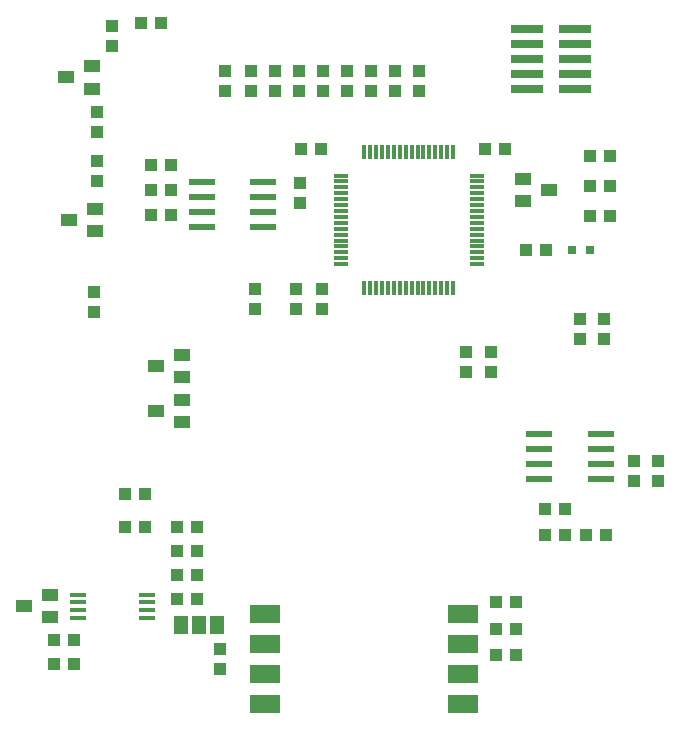
<source format=gbr>
G04 EAGLE Gerber RS-274X export*
G75*
%MOMM*%
%FSLAX34Y34*%
%LPD*%
%INSolderpaste Top*%
%IPPOS*%
%AMOC8*
5,1,8,0,0,1.08239X$1,22.5*%
G01*
%ADD10R,1.193800X0.304800*%
%ADD11R,0.304800X1.193800*%
%ADD12R,2.794000X0.736600*%
%ADD13R,1.100000X1.000000*%
%ADD14R,1.000000X1.100000*%
%ADD15R,0.800000X0.800000*%
%ADD16R,2.200000X0.600000*%
%ADD17R,2.540000X1.520000*%
%ADD18R,1.475000X0.450000*%
%ADD19R,1.400000X1.000000*%
%ADD20R,1.168400X1.600200*%


D10*
X355250Y478825D03*
X355250Y473825D03*
X355250Y468825D03*
X355250Y463825D03*
X355250Y458825D03*
X355250Y453825D03*
X355250Y448825D03*
X355250Y443825D03*
X355250Y438825D03*
X355250Y433825D03*
X355250Y428825D03*
X355250Y423825D03*
X355250Y418825D03*
X355250Y413825D03*
X355250Y408825D03*
X355250Y403825D03*
D11*
X375250Y383825D03*
X380250Y383825D03*
X385250Y383825D03*
X390250Y383825D03*
X395250Y383825D03*
X400250Y383825D03*
X405250Y383825D03*
X410250Y383825D03*
X415250Y383825D03*
X420250Y383825D03*
X425250Y383825D03*
X430250Y383825D03*
X435250Y383825D03*
X440250Y383825D03*
X445250Y383825D03*
X450250Y383825D03*
D10*
X470250Y403825D03*
X470250Y408825D03*
X470250Y413825D03*
X470250Y418825D03*
X470250Y423825D03*
X470250Y428825D03*
X470250Y433825D03*
X470250Y438825D03*
X470250Y443825D03*
X470250Y448825D03*
X470250Y453825D03*
X470250Y458825D03*
X470250Y463825D03*
X470250Y468825D03*
X470250Y473825D03*
X470250Y478825D03*
D11*
X450250Y498825D03*
X445250Y498825D03*
X440250Y498825D03*
X435250Y498825D03*
X430250Y498825D03*
X425250Y498825D03*
X420250Y498825D03*
X415250Y498825D03*
X410250Y498825D03*
X405250Y498825D03*
X400250Y498825D03*
X395250Y498825D03*
X390250Y498825D03*
X385250Y498825D03*
X380250Y498825D03*
X375250Y498825D03*
D12*
X553720Y552450D03*
X513080Y552450D03*
X553720Y565150D03*
X513080Y565150D03*
X553720Y577850D03*
X513080Y577850D03*
X553720Y590550D03*
X513080Y590550D03*
X553720Y603250D03*
X513080Y603250D03*
D13*
X185810Y608330D03*
X202810Y608330D03*
X257175Y567300D03*
X257175Y550300D03*
D14*
X529200Y415925D03*
X512200Y415925D03*
D15*
X566300Y415925D03*
X551300Y415925D03*
D16*
X289525Y447675D03*
X237525Y447675D03*
X289525Y434975D03*
X289525Y460375D03*
X289525Y473075D03*
X237525Y434975D03*
X237525Y460375D03*
X237525Y473075D03*
D13*
X194700Y445135D03*
X211700Y445135D03*
D14*
X211700Y487680D03*
X194700Y487680D03*
X211700Y466725D03*
X194700Y466725D03*
D17*
X290850Y107950D03*
X290850Y82550D03*
X290850Y57150D03*
X290850Y31750D03*
X458450Y31750D03*
X458450Y57150D03*
X458450Y82550D03*
X458450Y107950D03*
D14*
X503800Y117475D03*
X486800Y117475D03*
X486800Y95250D03*
X503800Y95250D03*
D13*
X503800Y73025D03*
X486800Y73025D03*
D14*
X320675Y472685D03*
X320675Y455685D03*
X461645Y329175D03*
X461645Y312175D03*
D13*
X477275Y501650D03*
X494275Y501650D03*
D14*
X317500Y383150D03*
X317500Y366150D03*
D13*
X338700Y501650D03*
X321700Y501650D03*
D14*
X482600Y329175D03*
X482600Y312175D03*
X339725Y383150D03*
X339725Y366150D03*
D18*
X191305Y104550D03*
X191305Y111050D03*
X191305Y117550D03*
X191305Y124050D03*
X132545Y124050D03*
X132545Y117550D03*
X132545Y111050D03*
X132545Y104550D03*
D14*
X603250Y237100D03*
X603250Y220100D03*
D13*
X172475Y209550D03*
X189475Y209550D03*
D14*
X233925Y161290D03*
X216925Y161290D03*
D13*
X528075Y196850D03*
X545075Y196850D03*
X421640Y567300D03*
X421640Y550300D03*
X401320Y567300D03*
X401320Y550300D03*
X381000Y567300D03*
X381000Y550300D03*
X360680Y567300D03*
X360680Y550300D03*
X340360Y567300D03*
X340360Y550300D03*
X320040Y567300D03*
X320040Y550300D03*
X299720Y567300D03*
X299720Y550300D03*
X279400Y567300D03*
X279400Y550300D03*
X149225Y474100D03*
X149225Y491100D03*
D14*
X583175Y444500D03*
X566175Y444500D03*
X583175Y469900D03*
X566175Y469900D03*
X583175Y495300D03*
X566175Y495300D03*
D13*
X149225Y532375D03*
X149225Y515375D03*
X146050Y379975D03*
X146050Y362975D03*
X161925Y588400D03*
X161925Y605400D03*
D19*
X220550Y269900D03*
X220550Y288900D03*
X198550Y279400D03*
X144350Y552475D03*
X144350Y571475D03*
X122350Y561975D03*
X509700Y476225D03*
X509700Y457225D03*
X531700Y466725D03*
X220550Y308000D03*
X220550Y327000D03*
X198550Y317500D03*
X147525Y431825D03*
X147525Y450825D03*
X125525Y441325D03*
D14*
X252730Y78350D03*
X252730Y61350D03*
X545075Y174625D03*
X528075Y174625D03*
X580000Y174625D03*
X563000Y174625D03*
X557530Y357750D03*
X557530Y340750D03*
X577850Y357750D03*
X577850Y340750D03*
D13*
X129785Y65405D03*
X112785Y65405D03*
X129785Y85725D03*
X112785Y85725D03*
D14*
X189475Y181610D03*
X172475Y181610D03*
X233925Y181610D03*
X216925Y181610D03*
X233925Y140970D03*
X216925Y140970D03*
X233925Y120650D03*
X216925Y120650D03*
D16*
X523275Y247650D03*
X575275Y247650D03*
X523275Y260350D03*
X523275Y234950D03*
X523275Y222250D03*
X575275Y260350D03*
X575275Y234950D03*
X575275Y222250D03*
D14*
X623570Y237100D03*
X623570Y220100D03*
D13*
X282575Y366150D03*
X282575Y383150D03*
D19*
X109425Y104800D03*
X109425Y123800D03*
X87425Y114300D03*
D20*
X219710Y98425D03*
X234950Y98425D03*
X250190Y98425D03*
M02*

</source>
